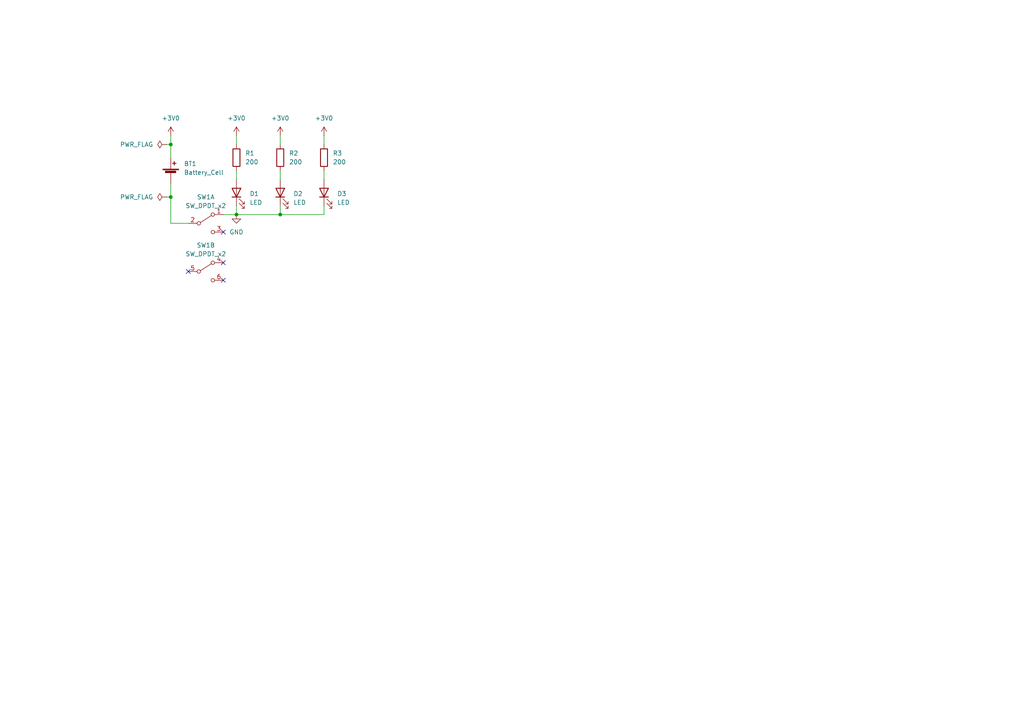
<source format=kicad_sch>
(kicad_sch (version 20211123) (generator eeschema)
  (paper "A4")
  (lib_symbols
    (symbol "Device:Battery_Cell" (pin_numbers hide) (pin_names (offset 0) hide)
      (property "Reference" "BT" (at 2.54 2.54 0))
      (property "Value" "Battery_Cell" (at 2.54 0 0))
      (symbol "Battery_Cell_0_1"
        (rectangle (start -2.286 1.778) (end 2.286 1.524) (fill (type outline)))
        (rectangle (start -1.5748 1.1938) (end 1.4732 0.6858) (fill (type outline)))
        (polyline (pts (xy 0 0.762) (xy 0 0)))
        (polyline (pts (xy 0 1.778) (xy 0 2.54)))
        (polyline (pts (xy 0.508 3.429) (xy 1.524 3.429)) (stroke (width 0.254)))
        (polyline (pts (xy 1.016 3.937) (xy 1.016 2.921)) (stroke (width 0.254)))
      )
      (symbol "Battery_Cell_1_1"
        (pin passive line (at 0 5.08 270) (length 2.54) (name "+") (number "1"))
        (pin passive line (at 0 -2.54 90) (length 2.54) (name "-") (number "2"))
      )
    )
    (symbol "Device:LED" (pin_numbers hide) (pin_names (offset 1.016) hide)
      (property "Reference" "D" (at 0 2.54 0))
      (property "Value" "LED" (at 0 -2.54 0))
      (symbol "LED_0_1"
        (polyline (pts (xy -1.27 -1.27) (xy -1.27 1.27)) (stroke (width 0.254)))
        (polyline (pts (xy -1.27 0) (xy 1.27 0)))
        (polyline (pts (xy 1.27 -1.27) (xy 1.27 1.27) (xy -1.27 0) (xy 1.27 -1.27)) (stroke (width 0.254)))
        (polyline (pts (xy -3.048 -0.762) (xy -4.572 -2.286) (xy -3.81 -2.286) (xy -4.572 -2.286) (xy -4.572 -1.524)))
        (polyline (pts (xy -1.778 -0.762) (xy -3.302 -2.286) (xy -2.54 -2.286) (xy -3.302 -2.286) (xy -3.302 -1.524)))
      )
      (symbol "LED_1_1"
        (pin passive line (at -3.81 0 0) (length 2.54) (name "K") (number "1"))
        (pin passive line (at 3.81 0 180) (length 2.54) (name "A") (number "2"))
      )
    )
    (symbol "Device:R" (pin_numbers hide) (pin_names (offset 0))
      (property "Reference" "R" (at 2.032 0 90))
      (property "Value" "R" (at 0 0 90))
      (symbol "R_0_1"
        (rectangle (start -1.016 -2.54) (end 1.016 2.54) (stroke (width 0.254)))
      )
      (symbol "R_1_1"
        (pin passive line (at 0 3.81 270) (length 1.27) (name "~") (number "1"))
        (pin passive line (at 0 -3.81 90) (length 1.27) (name "~") (number "2"))
      )
    )
    (symbol "Switch:SW_DPDT_x2" (pin_names (offset 0) hide)
      (property "Reference" "SW" (at 0 4.318 0))
      (property "Value" "SW_DPDT_x2" (at 0 -5.08 0))
      (symbol "SW_DPDT_x2_0_0"
        (circle (center -2.032 0) (radius 0.508))
        (circle (center 2.032 -2.54) (radius 0.508))
      )
      (symbol "SW_DPDT_x2_0_1"
        (polyline (pts (xy -1.524 0.254) (xy 1.651 2.286)))
        (circle (center 2.032 2.54) (radius 0.508))
      )
      (symbol "SW_DPDT_x2_1_1"
        (pin passive line (at 5.08 2.54 180) (length 2.54) (name "A") (number "1"))
        (pin passive line (at -5.08 0 0) (length 2.54) (name "B") (number "2"))
        (pin passive line (at 5.08 -2.54 180) (length 2.54) (name "C") (number "3"))
      )
      (symbol "SW_DPDT_x2_2_1"
        (pin passive line (at 5.08 2.54 180) (length 2.54) (name "A") (number "4"))
        (pin passive line (at -5.08 0 0) (length 2.54) (name "B") (number "5"))
        (pin passive line (at 5.08 -2.54 180) (length 2.54) (name "C") (number "6"))
      )
    )
    (symbol "power:+3V0" (power) (pin_names (offset 0))
      (property "Value" "+3V0" (at 0 3.556 0))
      (symbol "+3V0_0_1"
        (polyline (pts (xy -0.762 1.27) (xy 0 2.54)))
        (polyline (pts (xy 0 0) (xy 0 2.54)))
        (polyline (pts (xy 0 2.54) (xy 0.762 1.27)))
      )
      (symbol "+3V0_1_1"
        (pin power_in line (at 0 0 90) (length 0) hide (name "+3V0") (number "1"))
      )
    )
    (symbol "power:GND" (power) (pin_names (offset 0))
      (property "Value" "GND" (at 0 -3.81 0))
      (symbol "GND_0_1"
        (polyline (pts (xy 0 0) (xy 0 -1.27) (xy 1.27 -1.27) (xy 0 -2.54) (xy -1.27 -1.27) (xy 0 -1.27)))
      )
      (symbol "GND_1_1"
        (pin power_in line (at 0 0 270) (length 0) hide (name "GND") (number "1"))
      )
    )
    (symbol "power:PWR_FLAG" (power) (pin_numbers hide) (pin_names (offset 0) hide)
      (property "Value" "PWR_FLAG" (at 0 3.81 0))
      (symbol "PWR_FLAG_0_0"
        (pin power_out line (at 0 0 90) (length 0) (name "pwr") (number "1"))
      )
      (symbol "PWR_FLAG_0_1"
        (polyline (pts (xy 0 0) (xy 0 1.27) (xy -1.016 1.905) (xy 0 2.54) (xy 1.016 1.905) (xy 0 1.27)))
      )
    )
  )
  (junction (at 68.58 62.23))
  (junction (at 49.53 57.15))
  (junction (at 49.53 41.91))
  (junction (at 81.28 62.23))
  (no_connect (at 64.77 67.31))
  (no_connect (at 54.61 78.74))
  (no_connect (at 64.77 76.2))
  (no_connect (at 64.77 81.28))
  (wire (pts (xy 64.77 62.23) (xy 68.58 62.23)))
  (wire (pts (xy 49.53 41.91) (xy 49.53 45.72)))
  (wire (pts (xy 81.28 39.37) (xy 81.28 41.91)))
  (wire (pts (xy 48.26 41.91) (xy 49.53 41.91)))
  (wire (pts (xy 68.58 39.37) (xy 68.58 41.91)))
  (wire (pts (xy 49.53 57.15) (xy 49.53 64.77)))
  (wire (pts (xy 81.28 49.53) (xy 81.28 52.07)))
  (wire (pts (xy 93.98 39.37) (xy 93.98 41.91)))
  (wire (pts (xy 81.28 62.23) (xy 68.58 62.23)))
  (wire (pts (xy 68.58 49.53) (xy 68.58 52.07)))
  (wire (pts (xy 93.98 62.23) (xy 81.28 62.23)))
  (wire (pts (xy 49.53 53.34) (xy 49.53 57.15)))
  (wire (pts (xy 68.58 59.69) (xy 68.58 62.23)))
  (wire (pts (xy 81.28 59.69) (xy 81.28 62.23)))
  (wire (pts (xy 49.53 64.77) (xy 54.61 64.77)))
  (wire (pts (xy 93.98 59.69) (xy 93.98 62.23)))
  (wire (pts (xy 48.26 57.15) (xy 49.53 57.15)))
  (wire (pts (xy 49.53 39.37) (xy 49.53 41.91)))
  (wire (pts (xy 93.98 49.53) (xy 93.98 52.07)))
  (symbol (lib_id "power:+3V0") (at 49.53 39.37 0) (unit 1)
    (property "Reference" "#PWR01" (effects hide))
    (property "Value" "+3V0" (at 49.53 34.29 0))
  )
  (symbol (lib_id "Device:LED") (at 68.58 55.88 90) (unit 1)
    (property "Reference" "D1" (at 72.39 56.1974 90) (effects (justify right)))
    (property "Value" "LED" (at 72.39 58.7374 90) (effects (justify right)))
    (property "Footprint" "LED_THT:LED_D5.0mm" (effects hide))
  )
  (symbol (lib_id "Device:R") (at 68.58 45.72 0) (unit 1)
    (property "Reference" "R1" (at 71.12 44.4499 0) (effects (justify left)))
    (property "Value" "200" (at 71.12 46.9899 0) (effects (justify left)))
    (property "Footprint" "Resistor_SMD:R_1210_3225Metric_Pad1.30x2.65mm_HandSolder" (effects hide))
  )
  (symbol (lib_id "Switch:SW_DPDT_x2") (at 59.69 78.74 0) (unit 2)
    (property "Reference" "SW1" (at 59.69 71.12 0))
    (property "Value" "SW_DPDT_x2" (at 59.69 73.66 0))
    (property "Footprint" "MSS22D18G2:MSS22D18G2" (effects hide))
  )
  (symbol (lib_id "power:+3V0") (at 93.98 39.37 0) (unit 1)
    (property "Reference" "#PWR05" (effects hide))
    (property "Value" "+3V0" (at 93.98 34.29 0))
  )
  (symbol (lib_id "Device:R") (at 81.28 45.72 0) (unit 1)
    (property "Reference" "R2" (at 83.82 44.4499 0) (effects (justify left)))
    (property "Value" "200" (at 83.82 46.9899 0) (effects (justify left)))
    (property "Footprint" "Resistor_SMD:R_1210_3225Metric_Pad1.30x2.65mm_HandSolder" (effects hide))
  )
  (symbol (lib_id "power:PWR_FLAG") (at 48.26 41.91 90) (unit 1)
    (property "Reference" "#FLG01" (effects hide))
    (property "Value" "PWR_FLAG" (at 44.45 41.9099 90) (effects (justify left)))
  )
  (symbol (lib_id "power:GND") (at 68.58 62.23 0) (unit 1)
    (property "Reference" "#PWR03" (effects hide))
    (property "Value" "GND" (at 68.58 67.31 0))
  )
  (symbol (lib_id "power:+3V0") (at 81.28 39.37 0) (unit 1)
    (property "Reference" "#PWR04" (effects hide))
    (property "Value" "+3V0" (at 81.28 34.29 0))
  )
  (symbol (lib_id "power:PWR_FLAG") (at 48.26 57.15 90) (unit 1)
    (property "Reference" "#FLG02" (effects hide))
    (property "Value" "PWR_FLAG" (at 44.45 57.1499 90) (effects (justify left)))
  )
  (symbol (lib_id "power:+3V0") (at 68.58 39.37 0) (unit 1)
    (property "Reference" "#PWR02" (effects hide))
    (property "Value" "+3V0" (at 68.58 34.29 0))
  )
  (symbol (lib_id "Device:LED") (at 93.98 55.88 90) (unit 1)
    (property "Reference" "D3" (at 97.79 56.1974 90) (effects (justify right)))
    (property "Value" "LED" (at 97.79 58.7374 90) (effects (justify right)))
    (property "Footprint" "LED_THT:LED_D5.0mm" (effects hide))
  )
  (symbol (lib_id "Switch:SW_DPDT_x2") (at 59.69 64.77 0) (unit 1)
    (property "Reference" "SW1" (at 59.69 57.15 0))
    (property "Value" "SW_DPDT_x2" (at 59.69 59.69 0))
    (property "Footprint" "MSS22D18G2:MSS22D18G2" (effects hide))
  )
  (symbol (lib_id "Device:LED") (at 81.28 55.88 90) (unit 1)
    (property "Reference" "D2" (at 85.09 56.1974 90) (effects (justify right)))
    (property "Value" "LED" (at 85.09 58.7374 90) (effects (justify right)))
    (property "Footprint" "LED_THT:LED_D5.0mm" (effects hide))
  )
  (symbol (lib_id "Device:R") (at 93.98 45.72 0) (unit 1)
    (property "Reference" "R3" (at 96.52 44.4499 0) (effects (justify left)))
    (property "Value" "200" (at 96.52 46.9899 0) (effects (justify left)))
    (property "Footprint" "Resistor_SMD:R_1210_3225Metric_Pad1.30x2.65mm_HandSolder" (effects hide))
  )
  (symbol (lib_id "Device:Battery_Cell") (at 49.53 50.8 0) (unit 1)
    (property "Reference" "BT1" (at 53.34 47.4979 0) (effects (justify left)))
    (property "Value" "Battery_Cell" (at 53.34 50.0379 0) (effects (justify left)))
    (property "Footprint" "Battery:BatteryHolder_Keystone_1060_1x2032" (effects hide))
  )
)
</source>
